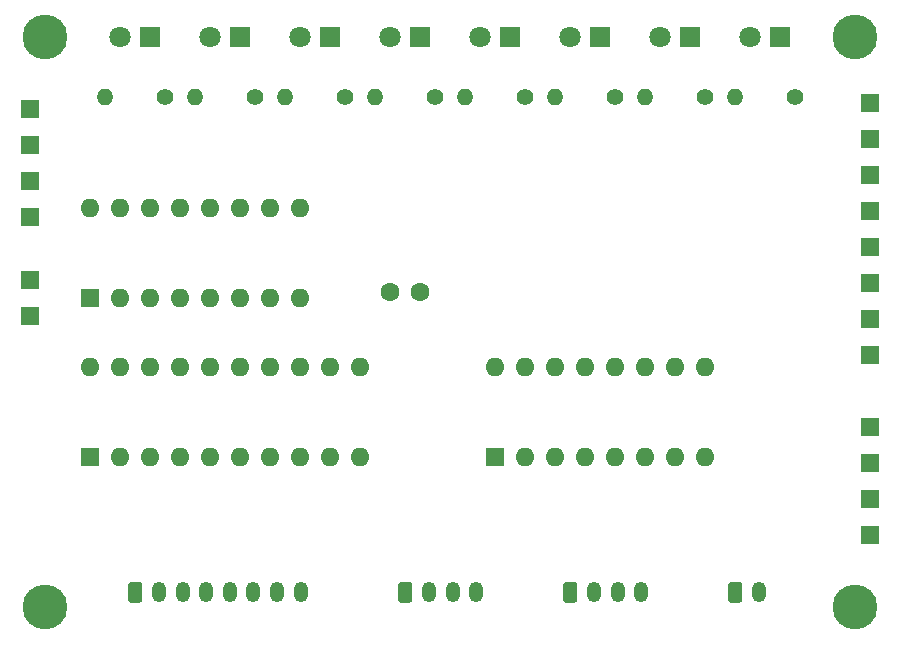
<source format=gbr>
G04 #@! TF.GenerationSoftware,KiCad,Pcbnew,(5.1.2-1)-1*
G04 #@! TF.CreationDate,2019-08-26T08:12:18+10:00*
G04 #@! TF.ProjectId,instruction-register,696e7374-7275-4637-9469-6f6e2d726567,rev?*
G04 #@! TF.SameCoordinates,Original*
G04 #@! TF.FileFunction,Soldermask,Top*
G04 #@! TF.FilePolarity,Negative*
%FSLAX46Y46*%
G04 Gerber Fmt 4.6, Leading zero omitted, Abs format (unit mm)*
G04 Created by KiCad (PCBNEW (5.1.2-1)-1) date 2019-08-26 08:12:18*
%MOMM*%
%LPD*%
G04 APERTURE LIST*
%ADD10C,3.790000*%
%ADD11C,1.600000*%
%ADD12R,1.800000X1.800000*%
%ADD13C,1.800000*%
%ADD14C,0.100000*%
%ADD15C,1.200000*%
%ADD16O,1.200000X1.750000*%
%ADD17C,1.400000*%
%ADD18O,1.400000X1.400000*%
%ADD19R,1.600000X1.600000*%
%ADD20O,1.600000X1.600000*%
%ADD21R,1.500000X1.500000*%
G04 APERTURE END LIST*
D10*
X20320000Y-52070000D03*
X88900000Y-52070000D03*
X88900000Y-100330000D03*
X20320000Y-100330000D03*
D11*
X49530000Y-73660000D03*
X52030000Y-73660000D03*
D12*
X29210000Y-52070000D03*
D13*
X26670000Y-52070000D03*
X34290000Y-52070000D03*
D12*
X36830000Y-52070000D03*
X44450000Y-52070000D03*
D13*
X41910000Y-52070000D03*
X49530000Y-52070000D03*
D12*
X52070000Y-52070000D03*
X59690000Y-52070000D03*
D13*
X57150000Y-52070000D03*
X64770000Y-52070000D03*
D12*
X67310000Y-52070000D03*
X74930000Y-52070000D03*
D13*
X72390000Y-52070000D03*
X80010000Y-52070000D03*
D12*
X82550000Y-52070000D03*
D14*
G36*
X28314505Y-98186204D02*
G01*
X28338773Y-98189804D01*
X28362572Y-98195765D01*
X28385671Y-98204030D01*
X28407850Y-98214520D01*
X28428893Y-98227132D01*
X28448599Y-98241747D01*
X28466777Y-98258223D01*
X28483253Y-98276401D01*
X28497868Y-98296107D01*
X28510480Y-98317150D01*
X28520970Y-98339329D01*
X28529235Y-98362428D01*
X28535196Y-98386227D01*
X28538796Y-98410495D01*
X28540000Y-98434999D01*
X28540000Y-99685001D01*
X28538796Y-99709505D01*
X28535196Y-99733773D01*
X28529235Y-99757572D01*
X28520970Y-99780671D01*
X28510480Y-99802850D01*
X28497868Y-99823893D01*
X28483253Y-99843599D01*
X28466777Y-99861777D01*
X28448599Y-99878253D01*
X28428893Y-99892868D01*
X28407850Y-99905480D01*
X28385671Y-99915970D01*
X28362572Y-99924235D01*
X28338773Y-99930196D01*
X28314505Y-99933796D01*
X28290001Y-99935000D01*
X27589999Y-99935000D01*
X27565495Y-99933796D01*
X27541227Y-99930196D01*
X27517428Y-99924235D01*
X27494329Y-99915970D01*
X27472150Y-99905480D01*
X27451107Y-99892868D01*
X27431401Y-99878253D01*
X27413223Y-99861777D01*
X27396747Y-99843599D01*
X27382132Y-99823893D01*
X27369520Y-99802850D01*
X27359030Y-99780671D01*
X27350765Y-99757572D01*
X27344804Y-99733773D01*
X27341204Y-99709505D01*
X27340000Y-99685001D01*
X27340000Y-98434999D01*
X27341204Y-98410495D01*
X27344804Y-98386227D01*
X27350765Y-98362428D01*
X27359030Y-98339329D01*
X27369520Y-98317150D01*
X27382132Y-98296107D01*
X27396747Y-98276401D01*
X27413223Y-98258223D01*
X27431401Y-98241747D01*
X27451107Y-98227132D01*
X27472150Y-98214520D01*
X27494329Y-98204030D01*
X27517428Y-98195765D01*
X27541227Y-98189804D01*
X27565495Y-98186204D01*
X27589999Y-98185000D01*
X28290001Y-98185000D01*
X28314505Y-98186204D01*
X28314505Y-98186204D01*
G37*
D15*
X27940000Y-99060000D03*
D16*
X29940000Y-99060000D03*
X31940000Y-99060000D03*
X33940000Y-99060000D03*
X35940000Y-99060000D03*
X37940000Y-99060000D03*
X39940000Y-99060000D03*
X41940000Y-99060000D03*
D14*
G36*
X51174505Y-98186204D02*
G01*
X51198773Y-98189804D01*
X51222572Y-98195765D01*
X51245671Y-98204030D01*
X51267850Y-98214520D01*
X51288893Y-98227132D01*
X51308599Y-98241747D01*
X51326777Y-98258223D01*
X51343253Y-98276401D01*
X51357868Y-98296107D01*
X51370480Y-98317150D01*
X51380970Y-98339329D01*
X51389235Y-98362428D01*
X51395196Y-98386227D01*
X51398796Y-98410495D01*
X51400000Y-98434999D01*
X51400000Y-99685001D01*
X51398796Y-99709505D01*
X51395196Y-99733773D01*
X51389235Y-99757572D01*
X51380970Y-99780671D01*
X51370480Y-99802850D01*
X51357868Y-99823893D01*
X51343253Y-99843599D01*
X51326777Y-99861777D01*
X51308599Y-99878253D01*
X51288893Y-99892868D01*
X51267850Y-99905480D01*
X51245671Y-99915970D01*
X51222572Y-99924235D01*
X51198773Y-99930196D01*
X51174505Y-99933796D01*
X51150001Y-99935000D01*
X50449999Y-99935000D01*
X50425495Y-99933796D01*
X50401227Y-99930196D01*
X50377428Y-99924235D01*
X50354329Y-99915970D01*
X50332150Y-99905480D01*
X50311107Y-99892868D01*
X50291401Y-99878253D01*
X50273223Y-99861777D01*
X50256747Y-99843599D01*
X50242132Y-99823893D01*
X50229520Y-99802850D01*
X50219030Y-99780671D01*
X50210765Y-99757572D01*
X50204804Y-99733773D01*
X50201204Y-99709505D01*
X50200000Y-99685001D01*
X50200000Y-98434999D01*
X50201204Y-98410495D01*
X50204804Y-98386227D01*
X50210765Y-98362428D01*
X50219030Y-98339329D01*
X50229520Y-98317150D01*
X50242132Y-98296107D01*
X50256747Y-98276401D01*
X50273223Y-98258223D01*
X50291401Y-98241747D01*
X50311107Y-98227132D01*
X50332150Y-98214520D01*
X50354329Y-98204030D01*
X50377428Y-98195765D01*
X50401227Y-98189804D01*
X50425495Y-98186204D01*
X50449999Y-98185000D01*
X51150001Y-98185000D01*
X51174505Y-98186204D01*
X51174505Y-98186204D01*
G37*
D15*
X50800000Y-99060000D03*
D16*
X52800000Y-99060000D03*
X54800000Y-99060000D03*
X56800000Y-99060000D03*
X70770000Y-99060000D03*
X68770000Y-99060000D03*
X66770000Y-99060000D03*
D14*
G36*
X65144505Y-98186204D02*
G01*
X65168773Y-98189804D01*
X65192572Y-98195765D01*
X65215671Y-98204030D01*
X65237850Y-98214520D01*
X65258893Y-98227132D01*
X65278599Y-98241747D01*
X65296777Y-98258223D01*
X65313253Y-98276401D01*
X65327868Y-98296107D01*
X65340480Y-98317150D01*
X65350970Y-98339329D01*
X65359235Y-98362428D01*
X65365196Y-98386227D01*
X65368796Y-98410495D01*
X65370000Y-98434999D01*
X65370000Y-99685001D01*
X65368796Y-99709505D01*
X65365196Y-99733773D01*
X65359235Y-99757572D01*
X65350970Y-99780671D01*
X65340480Y-99802850D01*
X65327868Y-99823893D01*
X65313253Y-99843599D01*
X65296777Y-99861777D01*
X65278599Y-99878253D01*
X65258893Y-99892868D01*
X65237850Y-99905480D01*
X65215671Y-99915970D01*
X65192572Y-99924235D01*
X65168773Y-99930196D01*
X65144505Y-99933796D01*
X65120001Y-99935000D01*
X64419999Y-99935000D01*
X64395495Y-99933796D01*
X64371227Y-99930196D01*
X64347428Y-99924235D01*
X64324329Y-99915970D01*
X64302150Y-99905480D01*
X64281107Y-99892868D01*
X64261401Y-99878253D01*
X64243223Y-99861777D01*
X64226747Y-99843599D01*
X64212132Y-99823893D01*
X64199520Y-99802850D01*
X64189030Y-99780671D01*
X64180765Y-99757572D01*
X64174804Y-99733773D01*
X64171204Y-99709505D01*
X64170000Y-99685001D01*
X64170000Y-98434999D01*
X64171204Y-98410495D01*
X64174804Y-98386227D01*
X64180765Y-98362428D01*
X64189030Y-98339329D01*
X64199520Y-98317150D01*
X64212132Y-98296107D01*
X64226747Y-98276401D01*
X64243223Y-98258223D01*
X64261401Y-98241747D01*
X64281107Y-98227132D01*
X64302150Y-98214520D01*
X64324329Y-98204030D01*
X64347428Y-98195765D01*
X64371227Y-98189804D01*
X64395495Y-98186204D01*
X64419999Y-98185000D01*
X65120001Y-98185000D01*
X65144505Y-98186204D01*
X65144505Y-98186204D01*
G37*
D15*
X64770000Y-99060000D03*
D14*
G36*
X79114505Y-98186204D02*
G01*
X79138773Y-98189804D01*
X79162572Y-98195765D01*
X79185671Y-98204030D01*
X79207850Y-98214520D01*
X79228893Y-98227132D01*
X79248599Y-98241747D01*
X79266777Y-98258223D01*
X79283253Y-98276401D01*
X79297868Y-98296107D01*
X79310480Y-98317150D01*
X79320970Y-98339329D01*
X79329235Y-98362428D01*
X79335196Y-98386227D01*
X79338796Y-98410495D01*
X79340000Y-98434999D01*
X79340000Y-99685001D01*
X79338796Y-99709505D01*
X79335196Y-99733773D01*
X79329235Y-99757572D01*
X79320970Y-99780671D01*
X79310480Y-99802850D01*
X79297868Y-99823893D01*
X79283253Y-99843599D01*
X79266777Y-99861777D01*
X79248599Y-99878253D01*
X79228893Y-99892868D01*
X79207850Y-99905480D01*
X79185671Y-99915970D01*
X79162572Y-99924235D01*
X79138773Y-99930196D01*
X79114505Y-99933796D01*
X79090001Y-99935000D01*
X78389999Y-99935000D01*
X78365495Y-99933796D01*
X78341227Y-99930196D01*
X78317428Y-99924235D01*
X78294329Y-99915970D01*
X78272150Y-99905480D01*
X78251107Y-99892868D01*
X78231401Y-99878253D01*
X78213223Y-99861777D01*
X78196747Y-99843599D01*
X78182132Y-99823893D01*
X78169520Y-99802850D01*
X78159030Y-99780671D01*
X78150765Y-99757572D01*
X78144804Y-99733773D01*
X78141204Y-99709505D01*
X78140000Y-99685001D01*
X78140000Y-98434999D01*
X78141204Y-98410495D01*
X78144804Y-98386227D01*
X78150765Y-98362428D01*
X78159030Y-98339329D01*
X78169520Y-98317150D01*
X78182132Y-98296107D01*
X78196747Y-98276401D01*
X78213223Y-98258223D01*
X78231401Y-98241747D01*
X78251107Y-98227132D01*
X78272150Y-98214520D01*
X78294329Y-98204030D01*
X78317428Y-98195765D01*
X78341227Y-98189804D01*
X78365495Y-98186204D01*
X78389999Y-98185000D01*
X79090001Y-98185000D01*
X79114505Y-98186204D01*
X79114505Y-98186204D01*
G37*
D15*
X78740000Y-99060000D03*
D16*
X80740000Y-99060000D03*
D17*
X30480000Y-57150000D03*
D18*
X25400000Y-57150000D03*
X33020000Y-57150000D03*
D17*
X38100000Y-57150000D03*
X45720000Y-57150000D03*
D18*
X40640000Y-57150000D03*
X48260000Y-57150000D03*
D17*
X53340000Y-57150000D03*
X60960000Y-57150000D03*
D18*
X55880000Y-57150000D03*
X63500000Y-57150000D03*
D17*
X68580000Y-57150000D03*
X76200000Y-57150000D03*
D18*
X71120000Y-57150000D03*
X78740000Y-57150000D03*
D17*
X83820000Y-57150000D03*
D19*
X24130000Y-87630000D03*
D20*
X46990000Y-80010000D03*
X26670000Y-87630000D03*
X44450000Y-80010000D03*
X29210000Y-87630000D03*
X41910000Y-80010000D03*
X31750000Y-87630000D03*
X39370000Y-80010000D03*
X34290000Y-87630000D03*
X36830000Y-80010000D03*
X36830000Y-87630000D03*
X34290000Y-80010000D03*
X39370000Y-87630000D03*
X31750000Y-80010000D03*
X41910000Y-87630000D03*
X29210000Y-80010000D03*
X44450000Y-87630000D03*
X26670000Y-80010000D03*
X46990000Y-87630000D03*
X24130000Y-80010000D03*
D19*
X58420000Y-87630000D03*
D20*
X76200000Y-80010000D03*
X60960000Y-87630000D03*
X73660000Y-80010000D03*
X63500000Y-87630000D03*
X71120000Y-80010000D03*
X66040000Y-87630000D03*
X68580000Y-80010000D03*
X68580000Y-87630000D03*
X66040000Y-80010000D03*
X71120000Y-87630000D03*
X63500000Y-80010000D03*
X73660000Y-87630000D03*
X60960000Y-80010000D03*
X76200000Y-87630000D03*
X58420000Y-80010000D03*
X24130000Y-66548000D03*
X41910000Y-74168000D03*
X26670000Y-66548000D03*
X39370000Y-74168000D03*
X29210000Y-66548000D03*
X36830000Y-74168000D03*
X31750000Y-66548000D03*
X34290000Y-74168000D03*
X34290000Y-66548000D03*
X31750000Y-74168000D03*
X36830000Y-66548000D03*
X29210000Y-74168000D03*
X39370000Y-66548000D03*
X26670000Y-74168000D03*
X41910000Y-66548000D03*
D19*
X24130000Y-74168000D03*
D21*
X90170000Y-57658000D03*
X90170000Y-60706000D03*
X90170000Y-63754000D03*
X90170000Y-66802000D03*
X90170000Y-69850000D03*
X90170000Y-72898000D03*
X90170000Y-75946000D03*
X90170000Y-78994000D03*
X90170000Y-94234000D03*
X90170000Y-91186000D03*
X90170000Y-88138000D03*
X90170000Y-85090000D03*
X19050000Y-58166000D03*
X19050000Y-61214000D03*
X19050000Y-64262000D03*
X19050000Y-67310000D03*
X19050000Y-72644000D03*
X19050000Y-75692000D03*
M02*

</source>
